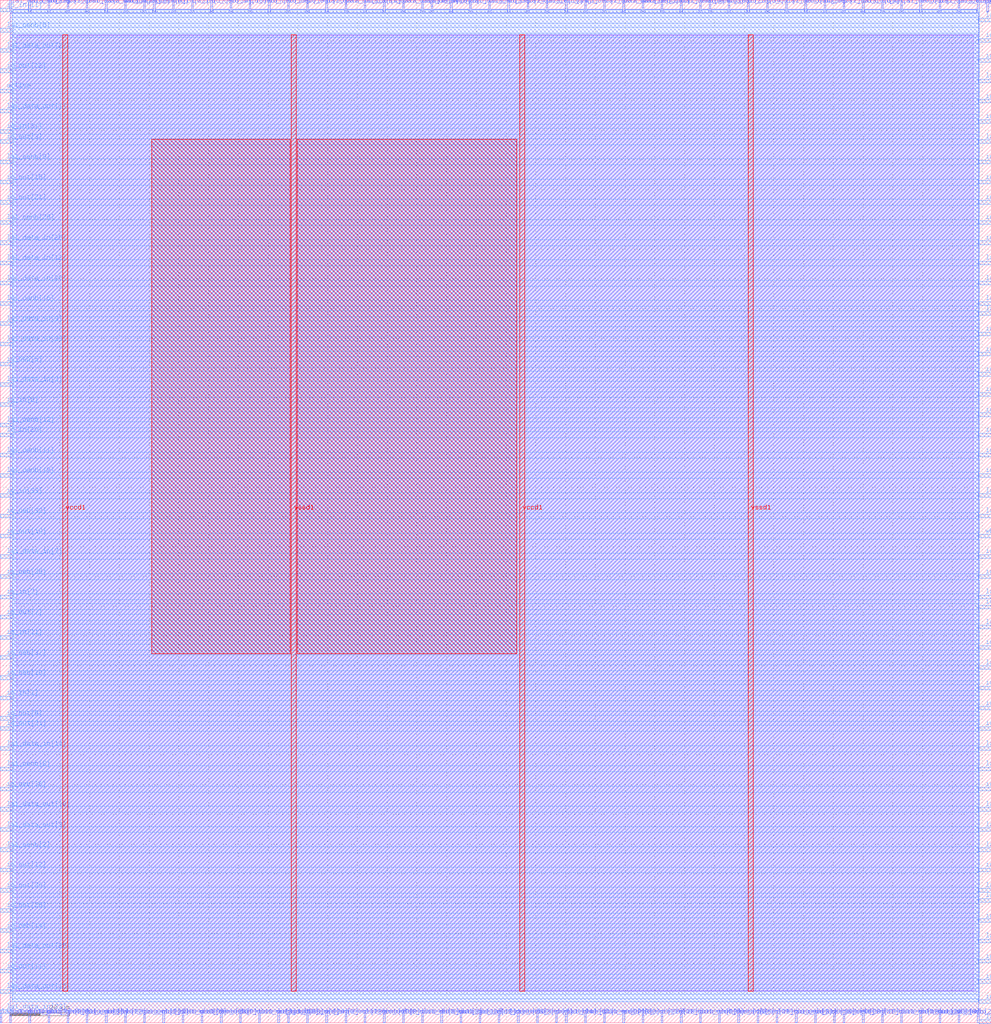
<source format=lef>
VERSION 5.7 ;
  NOWIREEXTENSIONATPIN ON ;
  DIVIDERCHAR "/" ;
  BUSBITCHARS "[]" ;
MACRO wrapped_rgb_mixer
  CLASS BLOCK ;
  FOREIGN wrapped_rgb_mixer ;
  ORIGIN 0.000 0.000 ;
  SIZE 332.995 BY 343.715 ;
  PIN active
    DIRECTION INPUT ;
    USE SIGNAL ;
    PORT
      LAYER met3 ;
        RECT 0.000 312.540 4.000 313.740 ;
    END
  END active
  PIN io_in[0]
    DIRECTION INPUT ;
    USE SIGNAL ;
    PORT
      LAYER met2 ;
        RECT 102.990 0.000 103.550 4.000 ;
    END
  END io_in[0]
  PIN io_in[10]
    DIRECTION INPUT ;
    USE SIGNAL ;
    PORT
      LAYER met2 ;
        RECT 183.490 339.715 184.050 343.715 ;
    END
  END io_in[10]
  PIN io_in[11]
    DIRECTION INPUT ;
    USE SIGNAL ;
    PORT
      LAYER met3 ;
        RECT 0.000 339.740 4.000 340.940 ;
    END
  END io_in[11]
  PIN io_in[12]
    DIRECTION INPUT ;
    USE SIGNAL ;
    PORT
      LAYER met3 ;
        RECT 328.995 288.740 332.995 289.940 ;
    END
  END io_in[12]
  PIN io_in[13]
    DIRECTION INPUT ;
    USE SIGNAL ;
    PORT
      LAYER met2 ;
        RECT 160.950 0.000 161.510 4.000 ;
    END
  END io_in[13]
  PIN io_in[14]
    DIRECTION INPUT ;
    USE SIGNAL ;
    PORT
      LAYER met2 ;
        RECT 122.310 339.715 122.870 343.715 ;
    END
  END io_in[14]
  PIN io_in[15]
    DIRECTION INPUT ;
    USE SIGNAL ;
    PORT
      LAYER met3 ;
        RECT 328.995 302.340 332.995 303.540 ;
    END
  END io_in[15]
  PIN io_in[16]
    DIRECTION INPUT ;
    USE SIGNAL ;
    PORT
      LAYER met3 ;
        RECT 328.995 33.740 332.995 34.940 ;
    END
  END io_in[16]
  PIN io_in[17]
    DIRECTION INPUT ;
    USE SIGNAL ;
    PORT
      LAYER met2 ;
        RECT 64.350 339.715 64.910 343.715 ;
    END
  END io_in[17]
  PIN io_in[18]
    DIRECTION INPUT ;
    USE SIGNAL ;
    PORT
      LAYER met2 ;
        RECT 77.230 339.715 77.790 343.715 ;
    END
  END io_in[18]
  PIN io_in[19]
    DIRECTION INPUT ;
    USE SIGNAL ;
    PORT
      LAYER met2 ;
        RECT 289.750 0.000 290.310 4.000 ;
    END
  END io_in[19]
  PIN io_in[1]
    DIRECTION INPUT ;
    USE SIGNAL ;
    PORT
      LAYER met3 ;
        RECT 0.000 108.540 4.000 109.740 ;
    END
  END io_in[1]
  PIN io_in[20]
    DIRECTION INPUT ;
    USE SIGNAL ;
    PORT
      LAYER met3 ;
        RECT 0.000 196.940 4.000 198.140 ;
    END
  END io_in[20]
  PIN io_in[21]
    DIRECTION INPUT ;
    USE SIGNAL ;
    PORT
      LAYER met3 ;
        RECT 0.000 128.940 4.000 130.140 ;
    END
  END io_in[21]
  PIN io_in[22]
    DIRECTION INPUT ;
    USE SIGNAL ;
    PORT
      LAYER met3 ;
        RECT 328.995 111.940 332.995 113.140 ;
    END
  END io_in[22]
  PIN io_in[23]
    DIRECTION INPUT ;
    USE SIGNAL ;
    PORT
      LAYER met2 ;
        RECT 57.910 339.715 58.470 343.715 ;
    END
  END io_in[23]
  PIN io_in[24]
    DIRECTION INPUT ;
    USE SIGNAL ;
    PORT
      LAYER met2 ;
        RECT 41.810 339.715 42.370 343.715 ;
    END
  END io_in[24]
  PIN io_in[25]
    DIRECTION INPUT ;
    USE SIGNAL ;
    PORT
      LAYER met2 ;
        RECT 254.330 0.000 254.890 4.000 ;
    END
  END io_in[25]
  PIN io_in[26]
    DIRECTION INPUT ;
    USE SIGNAL ;
    PORT
      LAYER met2 ;
        RECT 247.890 0.000 248.450 4.000 ;
    END
  END io_in[26]
  PIN io_in[27]
    DIRECTION INPUT ;
    USE SIGNAL ;
    PORT
      LAYER met3 ;
        RECT 328.995 77.940 332.995 79.140 ;
    END
  END io_in[27]
  PIN io_in[28]
    DIRECTION INPUT ;
    USE SIGNAL ;
    PORT
      LAYER met2 ;
        RECT 222.130 0.000 222.690 4.000 ;
    END
  END io_in[28]
  PIN io_in[29]
    DIRECTION INPUT ;
    USE SIGNAL ;
    PORT
      LAYER met2 ;
        RECT 331.610 339.715 332.170 343.715 ;
    END
  END io_in[29]
  PIN io_in[2]
    DIRECTION INPUT ;
    USE SIGNAL ;
    PORT
      LAYER met2 ;
        RECT 109.430 0.000 109.990 4.000 ;
    END
  END io_in[2]
  PIN io_in[30]
    DIRECTION INPUT ;
    USE SIGNAL ;
    PORT
      LAYER met3 ;
        RECT 328.995 139.140 332.995 140.340 ;
    END
  END io_in[30]
  PIN io_in[31]
    DIRECTION INPUT ;
    USE SIGNAL ;
    PORT
      LAYER met3 ;
        RECT 0.000 298.940 4.000 300.140 ;
    END
  END io_in[31]
  PIN io_in[32]
    DIRECTION INPUT ;
    USE SIGNAL ;
    PORT
      LAYER met2 ;
        RECT 209.250 0.000 209.810 4.000 ;
    END
  END io_in[32]
  PIN io_in[33]
    DIRECTION INPUT ;
    USE SIGNAL ;
    PORT
      LAYER met3 ;
        RECT 0.000 176.540 4.000 177.740 ;
    END
  END io_in[33]
  PIN io_in[34]
    DIRECTION INPUT ;
    USE SIGNAL ;
    PORT
      LAYER met2 ;
        RECT 251.110 339.715 251.670 343.715 ;
    END
  END io_in[34]
  PIN io_in[35]
    DIRECTION INPUT ;
    USE SIGNAL ;
    PORT
      LAYER met2 ;
        RECT 289.750 339.715 290.310 343.715 ;
    END
  END io_in[35]
  PIN io_in[36]
    DIRECTION INPUT ;
    USE SIGNAL ;
    PORT
      LAYER met3 ;
        RECT 328.995 217.340 332.995 218.540 ;
    END
  END io_in[36]
  PIN io_in[37]
    DIRECTION INPUT ;
    USE SIGNAL ;
    PORT
      LAYER met2 ;
        RECT 296.190 339.715 296.750 343.715 ;
    END
  END io_in[37]
  PIN io_in[3]
    DIRECTION INPUT ;
    USE SIGNAL ;
    PORT
      LAYER met2 ;
        RECT 189.930 339.715 190.490 343.715 ;
    END
  END io_in[3]
  PIN io_in[4]
    DIRECTION INPUT ;
    USE SIGNAL ;
    PORT
      LAYER met3 ;
        RECT 328.995 210.540 332.995 211.740 ;
    END
  END io_in[4]
  PIN io_in[5]
    DIRECTION INPUT ;
    USE SIGNAL ;
    PORT
      LAYER met3 ;
        RECT 328.995 329.540 332.995 330.740 ;
    END
  END io_in[5]
  PIN io_in[6]
    DIRECTION INPUT ;
    USE SIGNAL ;
    PORT
      LAYER met3 ;
        RECT 0.000 207.140 4.000 208.340 ;
    END
  END io_in[6]
  PIN io_in[7]
    DIRECTION INPUT ;
    USE SIGNAL ;
    PORT
      LAYER met3 ;
        RECT 0.000 142.540 4.000 143.740 ;
    END
  END io_in[7]
  PIN io_in[8]
    DIRECTION INPUT ;
    USE SIGNAL ;
    PORT
      LAYER met3 ;
        RECT 328.995 230.940 332.995 232.140 ;
    END
  END io_in[8]
  PIN io_in[9]
    DIRECTION INPUT ;
    USE SIGNAL ;
    PORT
      LAYER met2 ;
        RECT 51.470 339.715 52.030 343.715 ;
    END
  END io_in[9]
  PIN io_oeb[0]
    DIRECTION OUTPUT TRISTATE ;
    USE SIGNAL ;
    PORT
      LAYER met2 ;
        RECT 180.270 0.000 180.830 4.000 ;
    END
  END io_oeb[0]
  PIN io_oeb[10]
    DIRECTION OUTPUT TRISTATE ;
    USE SIGNAL ;
    PORT
      LAYER met3 ;
        RECT 0.000 115.340 4.000 116.540 ;
    END
  END io_oeb[10]
  PIN io_oeb[11]
    DIRECTION OUTPUT TRISTATE ;
    USE SIGNAL ;
    PORT
      LAYER met3 ;
        RECT 328.995 196.940 332.995 198.140 ;
    END
  END io_oeb[11]
  PIN io_oeb[12]
    DIRECTION OUTPUT TRISTATE ;
    USE SIGNAL ;
    PORT
      LAYER met3 ;
        RECT 328.995 105.140 332.995 106.340 ;
    END
  END io_oeb[12]
  PIN io_oeb[13]
    DIRECTION OUTPUT TRISTATE ;
    USE SIGNAL ;
    PORT
      LAYER met3 ;
        RECT 328.995 98.340 332.995 99.540 ;
    END
  END io_oeb[13]
  PIN io_oeb[14]
    DIRECTION OUTPUT TRISTATE ;
    USE SIGNAL ;
    PORT
      LAYER met3 ;
        RECT 0.000 30.340 4.000 31.540 ;
    END
  END io_oeb[14]
  PIN io_oeb[15]
    DIRECTION OUTPUT TRISTATE ;
    USE SIGNAL ;
    PORT
      LAYER met2 ;
        RECT 90.110 339.715 90.670 343.715 ;
    END
  END io_oeb[15]
  PIN io_oeb[16]
    DIRECTION OUTPUT TRISTATE ;
    USE SIGNAL ;
    PORT
      LAYER met3 ;
        RECT 328.995 20.140 332.995 21.340 ;
    END
  END io_oeb[16]
  PIN io_oeb[17]
    DIRECTION OUTPUT TRISTATE ;
    USE SIGNAL ;
    PORT
      LAYER met2 ;
        RECT 93.330 0.000 93.890 4.000 ;
    END
  END io_oeb[17]
  PIN io_oeb[18]
    DIRECTION OUTPUT TRISTATE ;
    USE SIGNAL ;
    PORT
      LAYER met2 ;
        RECT 238.230 339.715 238.790 343.715 ;
    END
  END io_oeb[18]
  PIN io_oeb[19]
    DIRECTION OUTPUT TRISTATE ;
    USE SIGNAL ;
    PORT
      LAYER met2 ;
        RECT 96.550 339.715 97.110 343.715 ;
    END
  END io_oeb[19]
  PIN io_oeb[1]
    DIRECTION OUTPUT TRISTATE ;
    USE SIGNAL ;
    PORT
      LAYER met2 ;
        RECT 267.210 0.000 267.770 4.000 ;
    END
  END io_oeb[1]
  PIN io_oeb[20]
    DIRECTION OUTPUT TRISTATE ;
    USE SIGNAL ;
    PORT
      LAYER met3 ;
        RECT 328.995 149.340 332.995 150.540 ;
    END
  END io_oeb[20]
  PIN io_oeb[21]
    DIRECTION OUTPUT TRISTATE ;
    USE SIGNAL ;
    PORT
      LAYER met2 ;
        RECT 9.610 339.715 10.170 343.715 ;
    END
  END io_oeb[21]
  PIN io_oeb[22]
    DIRECTION OUTPUT TRISTATE ;
    USE SIGNAL ;
    PORT
      LAYER met2 ;
        RECT 35.370 0.000 35.930 4.000 ;
    END
  END io_oeb[22]
  PIN io_oeb[23]
    DIRECTION OUTPUT TRISTATE ;
    USE SIGNAL ;
    PORT
      LAYER met2 ;
        RECT 164.170 339.715 164.730 343.715 ;
    END
  END io_oeb[23]
  PIN io_oeb[24]
    DIRECTION OUTPUT TRISTATE ;
    USE SIGNAL ;
    PORT
      LAYER met2 ;
        RECT 170.610 339.715 171.170 343.715 ;
    END
  END io_oeb[24]
  PIN io_oeb[25]
    DIRECTION OUTPUT TRISTATE ;
    USE SIGNAL ;
    PORT
      LAYER met2 ;
        RECT 321.950 0.000 322.510 4.000 ;
    END
  END io_oeb[25]
  PIN io_oeb[26]
    DIRECTION OUTPUT TRISTATE ;
    USE SIGNAL ;
    PORT
      LAYER met3 ;
        RECT 328.995 268.340 332.995 269.540 ;
    END
  END io_oeb[26]
  PIN io_oeb[27]
    DIRECTION OUTPUT TRISTATE ;
    USE SIGNAL ;
    PORT
      LAYER met2 ;
        RECT 196.370 339.715 196.930 343.715 ;
    END
  END io_oeb[27]
  PIN io_oeb[28]
    DIRECTION OUTPUT TRISTATE ;
    USE SIGNAL ;
    PORT
      LAYER met2 ;
        RECT 283.310 0.000 283.870 4.000 ;
    END
  END io_oeb[28]
  PIN io_oeb[29]
    DIRECTION OUTPUT TRISTATE ;
    USE SIGNAL ;
    PORT
      LAYER met3 ;
        RECT 328.995 224.140 332.995 225.340 ;
    END
  END io_oeb[29]
  PIN io_oeb[2]
    DIRECTION OUTPUT TRISTATE ;
    USE SIGNAL ;
    PORT
      LAYER met2 ;
        RECT 276.870 339.715 277.430 343.715 ;
    END
  END io_oeb[2]
  PIN io_oeb[30]
    DIRECTION OUTPUT TRISTATE ;
    USE SIGNAL ;
    PORT
      LAYER met2 ;
        RECT 16.050 339.715 16.610 343.715 ;
    END
  END io_oeb[30]
  PIN io_oeb[31]
    DIRECTION OUTPUT TRISTATE ;
    USE SIGNAL ;
    PORT
      LAYER met2 ;
        RECT 280.090 0.000 280.650 4.000 ;
    END
  END io_oeb[31]
  PIN io_oeb[32]
    DIRECTION OUTPUT TRISTATE ;
    USE SIGNAL ;
    PORT
      LAYER met3 ;
        RECT 0.000 169.740 4.000 170.940 ;
    END
  END io_oeb[32]
  PIN io_oeb[33]
    DIRECTION OUTPUT TRISTATE ;
    USE SIGNAL ;
    PORT
      LAYER met2 ;
        RECT 328.390 0.000 328.950 4.000 ;
    END
  END io_oeb[33]
  PIN io_oeb[34]
    DIRECTION OUTPUT TRISTATE ;
    USE SIGNAL ;
    PORT
      LAYER met2 ;
        RECT 70.790 339.715 71.350 343.715 ;
    END
  END io_oeb[34]
  PIN io_oeb[35]
    DIRECTION OUTPUT TRISTATE ;
    USE SIGNAL ;
    PORT
      LAYER met3 ;
        RECT 0.000 149.340 4.000 150.540 ;
    END
  END io_oeb[35]
  PIN io_oeb[36]
    DIRECTION OUTPUT TRISTATE ;
    USE SIGNAL ;
    PORT
      LAYER met3 ;
        RECT 0.000 77.940 4.000 79.140 ;
    END
  END io_oeb[36]
  PIN io_oeb[37]
    DIRECTION OUTPUT TRISTATE ;
    USE SIGNAL ;
    PORT
      LAYER met3 ;
        RECT 0.000 122.140 4.000 123.340 ;
    END
  END io_oeb[37]
  PIN io_oeb[3]
    DIRECTION OUTPUT TRISTATE ;
    USE SIGNAL ;
    PORT
      LAYER met2 ;
        RECT 173.830 0.000 174.390 4.000 ;
    END
  END io_oeb[3]
  PIN io_oeb[4]
    DIRECTION OUTPUT TRISTATE ;
    USE SIGNAL ;
    PORT
      LAYER met3 ;
        RECT 328.995 6.540 332.995 7.740 ;
    END
  END io_oeb[4]
  PIN io_oeb[5]
    DIRECTION OUTPUT TRISTATE ;
    USE SIGNAL ;
    PORT
      LAYER met3 ;
        RECT 0.000 220.740 4.000 221.940 ;
    END
  END io_oeb[5]
  PIN io_oeb[6]
    DIRECTION OUTPUT TRISTATE ;
    USE SIGNAL ;
    PORT
      LAYER met3 ;
        RECT 328.995 125.540 332.995 126.740 ;
    END
  END io_oeb[6]
  PIN io_oeb[7]
    DIRECTION OUTPUT TRISTATE ;
    USE SIGNAL ;
    PORT
      LAYER met2 ;
        RECT 83.670 339.715 84.230 343.715 ;
    END
  END io_oeb[7]
  PIN io_oeb[8]
    DIRECTION OUTPUT TRISTATE ;
    USE SIGNAL ;
    PORT
      LAYER met2 ;
        RECT 28.930 0.000 29.490 4.000 ;
    END
  END io_oeb[8]
  PIN io_oeb[9]
    DIRECTION OUTPUT TRISTATE ;
    USE SIGNAL ;
    PORT
      LAYER met2 ;
        RECT 74.010 0.000 74.570 4.000 ;
    END
  END io_oeb[9]
  PIN io_out[0]
    DIRECTION OUTPUT TRISTATE ;
    USE SIGNAL ;
    PORT
      LAYER met3 ;
        RECT 328.995 322.740 332.995 323.940 ;
    END
  END io_out[0]
  PIN io_out[10]
    DIRECTION OUTPUT TRISTATE ;
    USE SIGNAL ;
    PORT
      LAYER met3 ;
        RECT 328.995 190.140 332.995 191.340 ;
    END
  END io_out[10]
  PIN io_out[11]
    DIRECTION OUTPUT TRISTATE ;
    USE SIGNAL ;
    PORT
      LAYER met3 ;
        RECT 0.000 16.740 4.000 17.940 ;
    END
  END io_out[11]
  PIN io_out[12]
    DIRECTION OUTPUT TRISTATE ;
    USE SIGNAL ;
    PORT
      LAYER met3 ;
        RECT 0.000 50.740 4.000 51.940 ;
    END
  END io_out[12]
  PIN io_out[13]
    DIRECTION OUTPUT TRISTATE ;
    USE SIGNAL ;
    PORT
      LAYER met2 ;
        RECT 273.650 0.000 274.210 4.000 ;
    END
  END io_out[13]
  PIN io_out[14]
    DIRECTION OUTPUT TRISTATE ;
    USE SIGNAL ;
    PORT
      LAYER met3 ;
        RECT 328.995 275.140 332.995 276.340 ;
    END
  END io_out[14]
  PIN io_out[15]
    DIRECTION OUTPUT TRISTATE ;
    USE SIGNAL ;
    PORT
      LAYER met3 ;
        RECT 0.000 281.940 4.000 283.140 ;
    END
  END io_out[15]
  PIN io_out[16]
    DIRECTION OUTPUT TRISTATE ;
    USE SIGNAL ;
    PORT
      LAYER met3 ;
        RECT 328.995 183.340 332.995 184.540 ;
    END
  END io_out[16]
  PIN io_out[17]
    DIRECTION OUTPUT TRISTATE ;
    USE SIGNAL ;
    PORT
      LAYER met2 ;
        RECT 309.070 339.715 309.630 343.715 ;
    END
  END io_out[17]
  PIN io_out[18]
    DIRECTION OUTPUT TRISTATE ;
    USE SIGNAL ;
    PORT
      LAYER met2 ;
        RECT 315.510 0.000 316.070 4.000 ;
    END
  END io_out[18]
  PIN io_out[19]
    DIRECTION OUTPUT TRISTATE ;
    USE SIGNAL ;
    PORT
      LAYER met3 ;
        RECT 0.000 162.940 4.000 164.140 ;
    END
  END io_out[19]
  PIN io_out[1]
    DIRECTION OUTPUT TRISTATE ;
    USE SIGNAL ;
    PORT
      LAYER met2 ;
        RECT 222.130 339.715 222.690 343.715 ;
    END
  END io_out[1]
  PIN io_out[20]
    DIRECTION OUTPUT TRISTATE ;
    USE SIGNAL ;
    PORT
      LAYER met2 ;
        RECT 270.430 339.715 270.990 343.715 ;
    END
  END io_out[20]
  PIN io_out[21]
    DIRECTION OUTPUT TRISTATE ;
    USE SIGNAL ;
    PORT
      LAYER met3 ;
        RECT 0.000 275.140 4.000 276.340 ;
    END
  END io_out[21]
  PIN io_out[22]
    DIRECTION OUTPUT TRISTATE ;
    USE SIGNAL ;
    PORT
      LAYER met2 ;
        RECT 215.690 0.000 216.250 4.000 ;
    END
  END io_out[22]
  PIN io_out[23]
    DIRECTION OUTPUT TRISTATE ;
    USE SIGNAL ;
    PORT
      LAYER met3 ;
        RECT 328.995 156.140 332.995 157.340 ;
    END
  END io_out[23]
  PIN io_out[24]
    DIRECTION OUTPUT TRISTATE ;
    USE SIGNAL ;
    PORT
      LAYER met2 ;
        RECT 186.710 0.000 187.270 4.000 ;
    END
  END io_out[24]
  PIN io_out[25]
    DIRECTION OUTPUT TRISTATE ;
    USE SIGNAL ;
    PORT
      LAYER met2 ;
        RECT 244.670 339.715 245.230 343.715 ;
    END
  END io_out[25]
  PIN io_out[26]
    DIRECTION OUTPUT TRISTATE ;
    USE SIGNAL ;
    PORT
      LAYER met3 ;
        RECT 0.000 37.140 4.000 38.340 ;
    END
  END io_out[26]
  PIN io_out[27]
    DIRECTION OUTPUT TRISTATE ;
    USE SIGNAL ;
    PORT
      LAYER met2 ;
        RECT 257.550 339.715 258.110 343.715 ;
    END
  END io_out[27]
  PIN io_out[28]
    DIRECTION OUTPUT TRISTATE ;
    USE SIGNAL ;
    PORT
      LAYER met2 ;
        RECT 115.870 0.000 116.430 4.000 ;
    END
  END io_out[28]
  PIN io_out[29]
    DIRECTION OUTPUT TRISTATE ;
    USE SIGNAL ;
    PORT
      LAYER met3 ;
        RECT 328.995 13.340 332.995 14.540 ;
    END
  END io_out[29]
  PIN io_out[2]
    DIRECTION OUTPUT TRISTATE ;
    USE SIGNAL ;
    PORT
      LAYER met2 ;
        RECT 48.250 0.000 48.810 4.000 ;
    END
  END io_out[2]
  PIN io_out[30]
    DIRECTION OUTPUT TRISTATE ;
    USE SIGNAL ;
    PORT
      LAYER met3 ;
        RECT 0.000 43.940 4.000 45.140 ;
    END
  END io_out[30]
  PIN io_out[31]
    DIRECTION OUTPUT TRISTATE ;
    USE SIGNAL ;
    PORT
      LAYER met3 ;
        RECT 0.000 98.340 4.000 99.540 ;
    END
  END io_out[31]
  PIN io_out[32]
    DIRECTION OUTPUT TRISTATE ;
    USE SIGNAL ;
    PORT
      LAYER met3 ;
        RECT 0.000 319.340 4.000 320.540 ;
    END
  END io_out[32]
  PIN io_out[33]
    DIRECTION OUTPUT TRISTATE ;
    USE SIGNAL ;
    PORT
      LAYER met3 ;
        RECT 328.995 50.740 332.995 51.940 ;
    END
  END io_out[33]
  PIN io_out[34]
    DIRECTION OUTPUT TRISTATE ;
    USE SIGNAL ;
    PORT
      LAYER met3 ;
        RECT 328.995 281.940 332.995 283.140 ;
    END
  END io_out[34]
  PIN io_out[35]
    DIRECTION OUTPUT TRISTATE ;
    USE SIGNAL ;
    PORT
      LAYER met3 ;
        RECT 328.995 261.540 332.995 262.740 ;
    END
  END io_out[35]
  PIN io_out[36]
    DIRECTION OUTPUT TRISTATE ;
    USE SIGNAL ;
    PORT
      LAYER met2 ;
        RECT 102.990 339.715 103.550 343.715 ;
    END
  END io_out[36]
  PIN io_out[37]
    DIRECTION OUTPUT TRISTATE ;
    USE SIGNAL ;
    PORT
      LAYER met3 ;
        RECT 328.995 309.140 332.995 310.340 ;
    END
  END io_out[37]
  PIN io_out[3]
    DIRECTION OUTPUT TRISTATE ;
    USE SIGNAL ;
    PORT
      LAYER met3 ;
        RECT 0.000 295.540 4.000 296.740 ;
    END
  END io_out[3]
  PIN io_out[4]
    DIRECTION OUTPUT TRISTATE ;
    USE SIGNAL ;
    PORT
      LAYER met3 ;
        RECT 328.995 203.740 332.995 204.940 ;
    END
  END io_out[4]
  PIN io_out[5]
    DIRECTION OUTPUT TRISTATE ;
    USE SIGNAL ;
    PORT
      LAYER met2 ;
        RECT 151.290 339.715 151.850 343.715 ;
    END
  END io_out[5]
  PIN io_out[6]
    DIRECTION OUTPUT TRISTATE ;
    USE SIGNAL ;
    PORT
      LAYER met2 ;
        RECT 321.950 339.715 322.510 343.715 ;
    END
  END io_out[6]
  PIN io_out[7]
    DIRECTION OUTPUT TRISTATE ;
    USE SIGNAL ;
    PORT
      LAYER met3 ;
        RECT 0.000 135.740 4.000 136.940 ;
    END
  END io_out[7]
  PIN io_out[8]
    DIRECTION OUTPUT TRISTATE ;
    USE SIGNAL ;
    PORT
      LAYER met2 ;
        RECT 128.750 0.000 129.310 4.000 ;
    END
  END io_out[8]
  PIN io_out[9]
    DIRECTION OUTPUT TRISTATE ;
    USE SIGNAL ;
    PORT
      LAYER met3 ;
        RECT 0.000 101.740 4.000 102.940 ;
    END
  END io_out[9]
  PIN la1_data_in[0]
    DIRECTION INPUT ;
    USE SIGNAL ;
    PORT
      LAYER met3 ;
        RECT 328.995 57.540 332.995 58.740 ;
    END
  END la1_data_in[0]
  PIN la1_data_in[10]
    DIRECTION INPUT ;
    USE SIGNAL ;
    PORT
      LAYER met2 ;
        RECT 148.070 0.000 148.630 4.000 ;
    END
  END la1_data_in[10]
  PIN la1_data_in[11]
    DIRECTION INPUT ;
    USE SIGNAL ;
    PORT
      LAYER met3 ;
        RECT 328.995 43.940 332.995 45.140 ;
    END
  END la1_data_in[11]
  PIN la1_data_in[12]
    DIRECTION INPUT ;
    USE SIGNAL ;
    PORT
      LAYER met3 ;
        RECT 0.000 254.740 4.000 255.940 ;
    END
  END la1_data_in[12]
  PIN la1_data_in[13]
    DIRECTION INPUT ;
    USE SIGNAL ;
    PORT
      LAYER met2 ;
        RECT 228.570 0.000 229.130 4.000 ;
    END
  END la1_data_in[13]
  PIN la1_data_in[14]
    DIRECTION INPUT ;
    USE SIGNAL ;
    PORT
      LAYER met3 ;
        RECT 0.000 91.540 4.000 92.740 ;
    END
  END la1_data_in[14]
  PIN la1_data_in[15]
    DIRECTION INPUT ;
    USE SIGNAL ;
    PORT
      LAYER met2 ;
        RECT 109.430 339.715 109.990 343.715 ;
    END
  END la1_data_in[15]
  PIN la1_data_in[16]
    DIRECTION INPUT ;
    USE SIGNAL ;
    PORT
      LAYER met2 ;
        RECT 209.250 339.715 209.810 343.715 ;
    END
  END la1_data_in[16]
  PIN la1_data_in[17]
    DIRECTION INPUT ;
    USE SIGNAL ;
    PORT
      LAYER met2 ;
        RECT 157.730 339.715 158.290 343.715 ;
    END
  END la1_data_in[17]
  PIN la1_data_in[18]
    DIRECTION INPUT ;
    USE SIGNAL ;
    PORT
      LAYER met2 ;
        RECT 296.190 0.000 296.750 4.000 ;
    END
  END la1_data_in[18]
  PIN la1_data_in[19]
    DIRECTION INPUT ;
    USE SIGNAL ;
    PORT
      LAYER met2 ;
        RECT 115.870 339.715 116.430 343.715 ;
    END
  END la1_data_in[19]
  PIN la1_data_in[1]
    DIRECTION INPUT ;
    USE SIGNAL ;
    PORT
      LAYER met2 ;
        RECT 135.190 0.000 135.750 4.000 ;
    END
  END la1_data_in[1]
  PIN la1_data_in[20]
    DIRECTION INPUT ;
    USE SIGNAL ;
    PORT
      LAYER met3 ;
        RECT 0.000 247.940 4.000 249.140 ;
    END
  END la1_data_in[20]
  PIN la1_data_in[21]
    DIRECTION INPUT ;
    USE SIGNAL ;
    PORT
      LAYER met2 ;
        RECT 328.390 339.715 328.950 343.715 ;
    END
  END la1_data_in[21]
  PIN la1_data_in[22]
    DIRECTION INPUT ;
    USE SIGNAL ;
    PORT
      LAYER met3 ;
        RECT 328.995 64.340 332.995 65.540 ;
    END
  END la1_data_in[22]
  PIN la1_data_in[23]
    DIRECTION INPUT ;
    USE SIGNAL ;
    PORT
      LAYER met3 ;
        RECT 0.000 3.140 4.000 4.340 ;
    END
  END la1_data_in[23]
  PIN la1_data_in[24]
    DIRECTION INPUT ;
    USE SIGNAL ;
    PORT
      LAYER met2 ;
        RECT 96.550 0.000 97.110 4.000 ;
    END
  END la1_data_in[24]
  PIN la1_data_in[25]
    DIRECTION INPUT ;
    USE SIGNAL ;
    PORT
      LAYER met3 ;
        RECT 0.000 261.540 4.000 262.740 ;
    END
  END la1_data_in[25]
  PIN la1_data_in[26]
    DIRECTION INPUT ;
    USE SIGNAL ;
    PORT
      LAYER met3 ;
        RECT 328.995 26.940 332.995 28.140 ;
    END
  END la1_data_in[26]
  PIN la1_data_in[27]
    DIRECTION INPUT ;
    USE SIGNAL ;
    PORT
      LAYER met2 ;
        RECT 196.370 0.000 196.930 4.000 ;
    END
  END la1_data_in[27]
  PIN la1_data_in[28]
    DIRECTION INPUT ;
    USE SIGNAL ;
    PORT
      LAYER met3 ;
        RECT 0.000 227.540 4.000 228.740 ;
    END
  END la1_data_in[28]
  PIN la1_data_in[29]
    DIRECTION INPUT ;
    USE SIGNAL ;
    PORT
      LAYER met2 ;
        RECT 3.170 339.715 3.730 343.715 ;
    END
  END la1_data_in[29]
  PIN la1_data_in[2]
    DIRECTION INPUT ;
    USE SIGNAL ;
    PORT
      LAYER met2 ;
        RECT 80.450 0.000 81.010 4.000 ;
    END
  END la1_data_in[2]
  PIN la1_data_in[30]
    DIRECTION INPUT ;
    USE SIGNAL ;
    PORT
      LAYER met2 ;
        RECT 9.610 0.000 10.170 4.000 ;
    END
  END la1_data_in[30]
  PIN la1_data_in[31]
    DIRECTION INPUT ;
    USE SIGNAL ;
    PORT
      LAYER met2 ;
        RECT 260.770 0.000 261.330 4.000 ;
    END
  END la1_data_in[31]
  PIN la1_data_in[3]
    DIRECTION INPUT ;
    USE SIGNAL ;
    PORT
      LAYER met3 ;
        RECT 0.000 213.940 4.000 215.140 ;
    END
  END la1_data_in[3]
  PIN la1_data_in[4]
    DIRECTION INPUT ;
    USE SIGNAL ;
    PORT
      LAYER met2 ;
        RECT 283.310 339.715 283.870 343.715 ;
    END
  END la1_data_in[4]
  PIN la1_data_in[5]
    DIRECTION INPUT ;
    USE SIGNAL ;
    PORT
      LAYER met3 ;
        RECT 328.995 169.740 332.995 170.940 ;
    END
  END la1_data_in[5]
  PIN la1_data_in[6]
    DIRECTION INPUT ;
    USE SIGNAL ;
    PORT
      LAYER met2 ;
        RECT 128.750 339.715 129.310 343.715 ;
    END
  END la1_data_in[6]
  PIN la1_data_in[7]
    DIRECTION INPUT ;
    USE SIGNAL ;
    PORT
      LAYER met3 ;
        RECT 0.000 156.140 4.000 157.340 ;
    END
  END la1_data_in[7]
  PIN la1_data_in[8]
    DIRECTION INPUT ;
    USE SIGNAL ;
    PORT
      LAYER met2 ;
        RECT 135.190 339.715 135.750 343.715 ;
    END
  END la1_data_in[8]
  PIN la1_data_in[9]
    DIRECTION INPUT ;
    USE SIGNAL ;
    PORT
      LAYER met3 ;
        RECT 0.000 234.340 4.000 235.540 ;
    END
  END la1_data_in[9]
  PIN la1_data_out[0]
    DIRECTION OUTPUT TRISTATE ;
    USE SIGNAL ;
    PORT
      LAYER met2 ;
        RECT 54.690 0.000 55.250 4.000 ;
    END
  END la1_data_out[0]
  PIN la1_data_out[10]
    DIRECTION OUTPUT TRISTATE ;
    USE SIGNAL ;
    PORT
      LAYER met3 ;
        RECT 328.995 84.740 332.995 85.940 ;
    END
  END la1_data_out[10]
  PIN la1_data_out[11]
    DIRECTION OUTPUT TRISTATE ;
    USE SIGNAL ;
    PORT
      LAYER met2 ;
        RECT 154.510 0.000 155.070 4.000 ;
    END
  END la1_data_out[11]
  PIN la1_data_out[12]
    DIRECTION OUTPUT TRISTATE ;
    USE SIGNAL ;
    PORT
      LAYER met3 ;
        RECT 328.995 315.940 332.995 317.140 ;
    END
  END la1_data_out[12]
  PIN la1_data_out[13]
    DIRECTION OUTPUT TRISTATE ;
    USE SIGNAL ;
    PORT
      LAYER met2 ;
        RECT 28.930 339.715 29.490 343.715 ;
    END
  END la1_data_out[13]
  PIN la1_data_out[14]
    DIRECTION OUTPUT TRISTATE ;
    USE SIGNAL ;
    PORT
      LAYER met2 ;
        RECT 177.050 339.715 177.610 343.715 ;
    END
  END la1_data_out[14]
  PIN la1_data_out[15]
    DIRECTION OUTPUT TRISTATE ;
    USE SIGNAL ;
    PORT
      LAYER met3 ;
        RECT 0.000 9.940 4.000 11.140 ;
    END
  END la1_data_out[15]
  PIN la1_data_out[16]
    DIRECTION OUTPUT TRISTATE ;
    USE SIGNAL ;
    PORT
      LAYER met3 ;
        RECT 328.995 118.740 332.995 119.940 ;
    END
  END la1_data_out[16]
  PIN la1_data_out[17]
    DIRECTION OUTPUT TRISTATE ;
    USE SIGNAL ;
    PORT
      LAYER met3 ;
        RECT 328.995 247.940 332.995 249.140 ;
    END
  END la1_data_out[17]
  PIN la1_data_out[18]
    DIRECTION OUTPUT TRISTATE ;
    USE SIGNAL ;
    PORT
      LAYER met2 ;
        RECT 35.370 339.715 35.930 343.715 ;
    END
  END la1_data_out[18]
  PIN la1_data_out[19]
    DIRECTION OUTPUT TRISTATE ;
    USE SIGNAL ;
    PORT
      LAYER met3 ;
        RECT 328.995 176.540 332.995 177.740 ;
    END
  END la1_data_out[19]
  PIN la1_data_out[1]
    DIRECTION OUTPUT TRISTATE ;
    USE SIGNAL ;
    PORT
      LAYER met3 ;
        RECT 0.000 305.740 4.000 306.940 ;
    END
  END la1_data_out[1]
  PIN la1_data_out[20]
    DIRECTION OUTPUT TRISTATE ;
    USE SIGNAL ;
    PORT
      LAYER met3 ;
        RECT 0.000 71.140 4.000 72.340 ;
    END
  END la1_data_out[20]
  PIN la1_data_out[21]
    DIRECTION OUTPUT TRISTATE ;
    USE SIGNAL ;
    PORT
      LAYER met3 ;
        RECT 328.995 295.540 332.995 296.740 ;
    END
  END la1_data_out[21]
  PIN la1_data_out[22]
    DIRECTION OUTPUT TRISTATE ;
    USE SIGNAL ;
    PORT
      LAYER met2 ;
        RECT 202.810 339.715 203.370 343.715 ;
    END
  END la1_data_out[22]
  PIN la1_data_out[23]
    DIRECTION OUTPUT TRISTATE ;
    USE SIGNAL ;
    PORT
      LAYER met2 ;
        RECT 86.890 0.000 87.450 4.000 ;
    END
  END la1_data_out[23]
  PIN la1_data_out[24]
    DIRECTION OUTPUT TRISTATE ;
    USE SIGNAL ;
    PORT
      LAYER met3 ;
        RECT 328.995 132.340 332.995 133.540 ;
    END
  END la1_data_out[24]
  PIN la1_data_out[25]
    DIRECTION OUTPUT TRISTATE ;
    USE SIGNAL ;
    PORT
      LAYER met3 ;
        RECT 0.000 23.540 4.000 24.740 ;
    END
  END la1_data_out[25]
  PIN la1_data_out[26]
    DIRECTION OUTPUT TRISTATE ;
    USE SIGNAL ;
    PORT
      LAYER met3 ;
        RECT 328.995 40.540 332.995 41.740 ;
    END
  END la1_data_out[26]
  PIN la1_data_out[27]
    DIRECTION OUTPUT TRISTATE ;
    USE SIGNAL ;
    PORT
      LAYER met3 ;
        RECT 0.000 326.140 4.000 327.340 ;
    END
  END la1_data_out[27]
  PIN la1_data_out[28]
    DIRECTION OUTPUT TRISTATE ;
    USE SIGNAL ;
    PORT
      LAYER met2 ;
        RECT 302.630 0.000 303.190 4.000 ;
    END
  END la1_data_out[28]
  PIN la1_data_out[29]
    DIRECTION OUTPUT TRISTATE ;
    USE SIGNAL ;
    PORT
      LAYER met2 ;
        RECT 41.810 0.000 42.370 4.000 ;
    END
  END la1_data_out[29]
  PIN la1_data_out[2]
    DIRECTION OUTPUT TRISTATE ;
    USE SIGNAL ;
    PORT
      LAYER met2 ;
        RECT 141.630 0.000 142.190 4.000 ;
    END
  END la1_data_out[2]
  PIN la1_data_out[30]
    DIRECTION OUTPUT TRISTATE ;
    USE SIGNAL ;
    PORT
      LAYER met3 ;
        RECT 328.995 91.540 332.995 92.740 ;
    END
  END la1_data_out[30]
  PIN la1_data_out[31]
    DIRECTION OUTPUT TRISTATE ;
    USE SIGNAL ;
    PORT
      LAYER met3 ;
        RECT 328.995 336.340 332.995 337.540 ;
    END
  END la1_data_out[31]
  PIN la1_data_out[3]
    DIRECTION OUTPUT TRISTATE ;
    USE SIGNAL ;
    PORT
      LAYER met3 ;
        RECT 0.000 64.340 4.000 65.540 ;
    END
  END la1_data_out[3]
  PIN la1_data_out[4]
    DIRECTION OUTPUT TRISTATE ;
    USE SIGNAL ;
    PORT
      LAYER met2 ;
        RECT 309.070 0.000 309.630 4.000 ;
    END
  END la1_data_out[4]
  PIN la1_data_out[5]
    DIRECTION OUTPUT TRISTATE ;
    USE SIGNAL ;
    PORT
      LAYER met2 ;
        RECT 22.490 0.000 23.050 4.000 ;
    END
  END la1_data_out[5]
  PIN la1_data_out[6]
    DIRECTION OUTPUT TRISTATE ;
    USE SIGNAL ;
    PORT
      LAYER met3 ;
        RECT 328.995 142.540 332.995 143.740 ;
    END
  END la1_data_out[6]
  PIN la1_data_out[7]
    DIRECTION OUTPUT TRISTATE ;
    USE SIGNAL ;
    PORT
      LAYER met2 ;
        RECT 3.170 0.000 3.730 4.000 ;
    END
  END la1_data_out[7]
  PIN la1_data_out[8]
    DIRECTION OUTPUT TRISTATE ;
    USE SIGNAL ;
    PORT
      LAYER met3 ;
        RECT 328.995 254.740 332.995 255.940 ;
    END
  END la1_data_out[8]
  PIN la1_data_out[9]
    DIRECTION OUTPUT TRISTATE ;
    USE SIGNAL ;
    PORT
      LAYER met2 ;
        RECT 315.510 339.715 316.070 343.715 ;
    END
  END la1_data_out[9]
  PIN la1_oenb[0]
    DIRECTION INPUT ;
    USE SIGNAL ;
    PORT
      LAYER met3 ;
        RECT 328.995 -0.260 332.995 0.940 ;
    END
  END la1_oenb[0]
  PIN la1_oenb[10]
    DIRECTION INPUT ;
    USE SIGNAL ;
    PORT
      LAYER met2 ;
        RECT 302.630 339.715 303.190 343.715 ;
    END
  END la1_oenb[10]
  PIN la1_oenb[11]
    DIRECTION INPUT ;
    USE SIGNAL ;
    PORT
      LAYER met3 ;
        RECT 0.000 190.140 4.000 191.340 ;
    END
  END la1_oenb[11]
  PIN la1_oenb[12]
    DIRECTION INPUT ;
    USE SIGNAL ;
    PORT
      LAYER met3 ;
        RECT 0.000 200.340 4.000 201.540 ;
    END
  END la1_oenb[12]
  PIN la1_oenb[13]
    DIRECTION INPUT ;
    USE SIGNAL ;
    PORT
      LAYER met2 ;
        RECT 202.810 0.000 203.370 4.000 ;
    END
  END la1_oenb[13]
  PIN la1_oenb[14]
    DIRECTION INPUT ;
    USE SIGNAL ;
    PORT
      LAYER met2 ;
        RECT -0.050 0.000 0.510 4.000 ;
    END
  END la1_oenb[14]
  PIN la1_oenb[15]
    DIRECTION INPUT ;
    USE SIGNAL ;
    PORT
      LAYER met2 ;
        RECT 241.450 0.000 242.010 4.000 ;
    END
  END la1_oenb[15]
  PIN la1_oenb[16]
    DIRECTION INPUT ;
    USE SIGNAL ;
    PORT
      LAYER met3 ;
        RECT 0.000 241.140 4.000 242.340 ;
    END
  END la1_oenb[16]
  PIN la1_oenb[17]
    DIRECTION INPUT ;
    USE SIGNAL ;
    PORT
      LAYER met2 ;
        RECT 22.490 339.715 23.050 343.715 ;
    END
  END la1_oenb[17]
  PIN la1_oenb[18]
    DIRECTION INPUT ;
    USE SIGNAL ;
    PORT
      LAYER met2 ;
        RECT 144.850 339.715 145.410 343.715 ;
    END
  END la1_oenb[18]
  PIN la1_oenb[19]
    DIRECTION INPUT ;
    USE SIGNAL ;
    PORT
      LAYER met3 ;
        RECT 0.000 183.340 4.000 184.540 ;
    END
  END la1_oenb[19]
  PIN la1_oenb[1]
    DIRECTION INPUT ;
    USE SIGNAL ;
    PORT
      LAYER met2 ;
        RECT 61.130 0.000 61.690 4.000 ;
    END
  END la1_oenb[1]
  PIN la1_oenb[20]
    DIRECTION INPUT ;
    USE SIGNAL ;
    PORT
      LAYER met2 ;
        RECT 16.050 0.000 16.610 4.000 ;
    END
  END la1_oenb[20]
  PIN la1_oenb[21]
    DIRECTION INPUT ;
    USE SIGNAL ;
    PORT
      LAYER met2 ;
        RECT 215.690 339.715 216.250 343.715 ;
    END
  END la1_oenb[21]
  PIN la1_oenb[22]
    DIRECTION INPUT ;
    USE SIGNAL ;
    PORT
      LAYER met2 ;
        RECT 141.630 339.715 142.190 343.715 ;
    END
  END la1_oenb[22]
  PIN la1_oenb[23]
    DIRECTION INPUT ;
    USE SIGNAL ;
    PORT
      LAYER met2 ;
        RECT 167.390 0.000 167.950 4.000 ;
    END
  END la1_oenb[23]
  PIN la1_oenb[24]
    DIRECTION INPUT ;
    USE SIGNAL ;
    PORT
      LAYER met2 ;
        RECT 263.990 339.715 264.550 343.715 ;
    END
  END la1_oenb[24]
  PIN la1_oenb[25]
    DIRECTION INPUT ;
    USE SIGNAL ;
    PORT
      LAYER met3 ;
        RECT 328.995 71.140 332.995 72.340 ;
    END
  END la1_oenb[25]
  PIN la1_oenb[26]
    DIRECTION INPUT ;
    USE SIGNAL ;
    PORT
      LAYER met3 ;
        RECT 0.000 268.340 4.000 269.540 ;
    END
  END la1_oenb[26]
  PIN la1_oenb[27]
    DIRECTION INPUT ;
    USE SIGNAL ;
    PORT
      LAYER met3 ;
        RECT 328.995 241.140 332.995 242.340 ;
    END
  END la1_oenb[27]
  PIN la1_oenb[28]
    DIRECTION INPUT ;
    USE SIGNAL ;
    PORT
      LAYER met2 ;
        RECT 67.570 0.000 68.130 4.000 ;
    END
  END la1_oenb[28]
  PIN la1_oenb[29]
    DIRECTION INPUT ;
    USE SIGNAL ;
    PORT
      LAYER met2 ;
        RECT 122.310 0.000 122.870 4.000 ;
    END
  END la1_oenb[29]
  PIN la1_oenb[2]
    DIRECTION INPUT ;
    USE SIGNAL ;
    PORT
      LAYER met3 ;
        RECT 0.000 57.540 4.000 58.740 ;
    END
  END la1_oenb[2]
  PIN la1_oenb[30]
    DIRECTION INPUT ;
    USE SIGNAL ;
    PORT
      LAYER met3 ;
        RECT 328.995 237.740 332.995 238.940 ;
    END
  END la1_oenb[30]
  PIN la1_oenb[31]
    DIRECTION INPUT ;
    USE SIGNAL ;
    PORT
      LAYER met2 ;
        RECT 189.930 0.000 190.490 4.000 ;
    END
  END la1_oenb[31]
  PIN la1_oenb[3]
    DIRECTION INPUT ;
    USE SIGNAL ;
    PORT
      LAYER met2 ;
        RECT 235.010 339.715 235.570 343.715 ;
    END
  END la1_oenb[3]
  PIN la1_oenb[4]
    DIRECTION INPUT ;
    USE SIGNAL ;
    PORT
      LAYER met2 ;
        RECT 228.570 339.715 229.130 343.715 ;
    END
  END la1_oenb[4]
  PIN la1_oenb[5]
    DIRECTION INPUT ;
    USE SIGNAL ;
    PORT
      LAYER met3 ;
        RECT 0.000 332.940 4.000 334.140 ;
    END
  END la1_oenb[5]
  PIN la1_oenb[6]
    DIRECTION INPUT ;
    USE SIGNAL ;
    PORT
      LAYER met2 ;
        RECT 48.250 339.715 48.810 343.715 ;
    END
  END la1_oenb[6]
  PIN la1_oenb[7]
    DIRECTION INPUT ;
    USE SIGNAL ;
    PORT
      LAYER met2 ;
        RECT 235.010 0.000 235.570 4.000 ;
    END
  END la1_oenb[7]
  PIN la1_oenb[8]
    DIRECTION INPUT ;
    USE SIGNAL ;
    PORT
      LAYER met3 ;
        RECT 0.000 84.740 4.000 85.940 ;
    END
  END la1_oenb[8]
  PIN la1_oenb[9]
    DIRECTION INPUT ;
    USE SIGNAL ;
    PORT
      LAYER met3 ;
        RECT 0.000 288.740 4.000 289.940 ;
    END
  END la1_oenb[9]
  PIN vccd1
    DIRECTION INPUT ;
    USE POWER ;
    PORT
      LAYER met4 ;
        RECT 21.040 10.640 22.640 332.080 ;
    END
    PORT
      LAYER met4 ;
        RECT 174.640 10.640 176.240 332.080 ;
    END
  END vccd1
  PIN vssd1
    DIRECTION INPUT ;
    USE GROUND ;
    PORT
      LAYER met4 ;
        RECT 97.840 10.640 99.440 332.080 ;
    END
    PORT
      LAYER met4 ;
        RECT 251.440 10.640 253.040 332.080 ;
    END
  END vssd1
  PIN wb_clk_i
    DIRECTION INPUT ;
    USE SIGNAL ;
    PORT
      LAYER met3 ;
        RECT 328.995 162.940 332.995 164.140 ;
    END
  END wb_clk_i
  OBS
      LAYER li1 ;
        RECT 5.520 10.795 327.060 331.925 ;
      LAYER met1 ;
        RECT 3.290 10.640 328.830 332.080 ;
      LAYER met2 ;
        RECT 4.010 339.435 9.330 340.525 ;
        RECT 10.450 339.435 15.770 340.525 ;
        RECT 16.890 339.435 22.210 340.525 ;
        RECT 23.330 339.435 28.650 340.525 ;
        RECT 29.770 339.435 35.090 340.525 ;
        RECT 36.210 339.435 41.530 340.525 ;
        RECT 42.650 339.435 47.970 340.525 ;
        RECT 49.090 339.435 51.190 340.525 ;
        RECT 52.310 339.435 57.630 340.525 ;
        RECT 58.750 339.435 64.070 340.525 ;
        RECT 65.190 339.435 70.510 340.525 ;
        RECT 71.630 339.435 76.950 340.525 ;
        RECT 78.070 339.435 83.390 340.525 ;
        RECT 84.510 339.435 89.830 340.525 ;
        RECT 90.950 339.435 96.270 340.525 ;
        RECT 97.390 339.435 102.710 340.525 ;
        RECT 103.830 339.435 109.150 340.525 ;
        RECT 110.270 339.435 115.590 340.525 ;
        RECT 116.710 339.435 122.030 340.525 ;
        RECT 123.150 339.435 128.470 340.525 ;
        RECT 129.590 339.435 134.910 340.525 ;
        RECT 136.030 339.435 141.350 340.525 ;
        RECT 142.470 339.435 144.570 340.525 ;
        RECT 145.690 339.435 151.010 340.525 ;
        RECT 152.130 339.435 157.450 340.525 ;
        RECT 158.570 339.435 163.890 340.525 ;
        RECT 165.010 339.435 170.330 340.525 ;
        RECT 171.450 339.435 176.770 340.525 ;
        RECT 177.890 339.435 183.210 340.525 ;
        RECT 184.330 339.435 189.650 340.525 ;
        RECT 190.770 339.435 196.090 340.525 ;
        RECT 197.210 339.435 202.530 340.525 ;
        RECT 203.650 339.435 208.970 340.525 ;
        RECT 210.090 339.435 215.410 340.525 ;
        RECT 216.530 339.435 221.850 340.525 ;
        RECT 222.970 339.435 228.290 340.525 ;
        RECT 229.410 339.435 234.730 340.525 ;
        RECT 235.850 339.435 237.950 340.525 ;
        RECT 239.070 339.435 244.390 340.525 ;
        RECT 245.510 339.435 250.830 340.525 ;
        RECT 251.950 339.435 257.270 340.525 ;
        RECT 258.390 339.435 263.710 340.525 ;
        RECT 264.830 339.435 270.150 340.525 ;
        RECT 271.270 339.435 276.590 340.525 ;
        RECT 277.710 339.435 283.030 340.525 ;
        RECT 284.150 339.435 289.470 340.525 ;
        RECT 290.590 339.435 295.910 340.525 ;
        RECT 297.030 339.435 302.350 340.525 ;
        RECT 303.470 339.435 308.790 340.525 ;
        RECT 309.910 339.435 315.230 340.525 ;
        RECT 316.350 339.435 321.670 340.525 ;
        RECT 322.790 339.435 328.110 340.525 ;
        RECT 3.320 4.280 328.800 339.435 ;
        RECT 4.010 3.670 9.330 4.280 ;
        RECT 10.450 3.670 15.770 4.280 ;
        RECT 16.890 3.670 22.210 4.280 ;
        RECT 23.330 3.670 28.650 4.280 ;
        RECT 29.770 3.670 35.090 4.280 ;
        RECT 36.210 3.670 41.530 4.280 ;
        RECT 42.650 3.670 47.970 4.280 ;
        RECT 49.090 3.670 54.410 4.280 ;
        RECT 55.530 3.670 60.850 4.280 ;
        RECT 61.970 3.670 67.290 4.280 ;
        RECT 68.410 3.670 73.730 4.280 ;
        RECT 74.850 3.670 80.170 4.280 ;
        RECT 81.290 3.670 86.610 4.280 ;
        RECT 87.730 3.670 93.050 4.280 ;
        RECT 94.170 3.670 96.270 4.280 ;
        RECT 97.390 3.670 102.710 4.280 ;
        RECT 103.830 3.670 109.150 4.280 ;
        RECT 110.270 3.670 115.590 4.280 ;
        RECT 116.710 3.670 122.030 4.280 ;
        RECT 123.150 3.670 128.470 4.280 ;
        RECT 129.590 3.670 134.910 4.280 ;
        RECT 136.030 3.670 141.350 4.280 ;
        RECT 142.470 3.670 147.790 4.280 ;
        RECT 148.910 3.670 154.230 4.280 ;
        RECT 155.350 3.670 160.670 4.280 ;
        RECT 161.790 3.670 167.110 4.280 ;
        RECT 168.230 3.670 173.550 4.280 ;
        RECT 174.670 3.670 179.990 4.280 ;
        RECT 181.110 3.670 186.430 4.280 ;
        RECT 187.550 3.670 189.650 4.280 ;
        RECT 190.770 3.670 196.090 4.280 ;
        RECT 197.210 3.670 202.530 4.280 ;
        RECT 203.650 3.670 208.970 4.280 ;
        RECT 210.090 3.670 215.410 4.280 ;
        RECT 216.530 3.670 221.850 4.280 ;
        RECT 222.970 3.670 228.290 4.280 ;
        RECT 229.410 3.670 234.730 4.280 ;
        RECT 235.850 3.670 241.170 4.280 ;
        RECT 242.290 3.670 247.610 4.280 ;
        RECT 248.730 3.670 254.050 4.280 ;
        RECT 255.170 3.670 260.490 4.280 ;
        RECT 261.610 3.670 266.930 4.280 ;
        RECT 268.050 3.670 273.370 4.280 ;
        RECT 274.490 3.670 279.810 4.280 ;
        RECT 280.930 3.670 283.030 4.280 ;
        RECT 284.150 3.670 289.470 4.280 ;
        RECT 290.590 3.670 295.910 4.280 ;
        RECT 297.030 3.670 302.350 4.280 ;
        RECT 303.470 3.670 308.790 4.280 ;
        RECT 309.910 3.670 315.230 4.280 ;
        RECT 316.350 3.670 321.670 4.280 ;
        RECT 322.790 3.670 328.110 4.280 ;
      LAYER met3 ;
        RECT 4.400 339.340 328.995 340.505 ;
        RECT 4.000 337.940 328.995 339.340 ;
        RECT 4.000 335.940 328.595 337.940 ;
        RECT 4.000 334.540 328.995 335.940 ;
        RECT 4.400 332.540 328.995 334.540 ;
        RECT 4.000 331.140 328.995 332.540 ;
        RECT 4.000 329.140 328.595 331.140 ;
        RECT 4.000 327.740 328.995 329.140 ;
        RECT 4.400 325.740 328.995 327.740 ;
        RECT 4.000 324.340 328.995 325.740 ;
        RECT 4.000 322.340 328.595 324.340 ;
        RECT 4.000 320.940 328.995 322.340 ;
        RECT 4.400 318.940 328.995 320.940 ;
        RECT 4.000 317.540 328.995 318.940 ;
        RECT 4.000 315.540 328.595 317.540 ;
        RECT 4.000 314.140 328.995 315.540 ;
        RECT 4.400 312.140 328.995 314.140 ;
        RECT 4.000 310.740 328.995 312.140 ;
        RECT 4.000 308.740 328.595 310.740 ;
        RECT 4.000 307.340 328.995 308.740 ;
        RECT 4.400 305.340 328.995 307.340 ;
        RECT 4.000 303.940 328.995 305.340 ;
        RECT 4.000 301.940 328.595 303.940 ;
        RECT 4.000 300.540 328.995 301.940 ;
        RECT 4.400 298.540 328.995 300.540 ;
        RECT 4.000 297.140 328.995 298.540 ;
        RECT 4.400 295.140 328.595 297.140 ;
        RECT 4.000 290.340 328.995 295.140 ;
        RECT 4.400 288.340 328.595 290.340 ;
        RECT 4.000 283.540 328.995 288.340 ;
        RECT 4.400 281.540 328.595 283.540 ;
        RECT 4.000 276.740 328.995 281.540 ;
        RECT 4.400 274.740 328.595 276.740 ;
        RECT 4.000 269.940 328.995 274.740 ;
        RECT 4.400 267.940 328.595 269.940 ;
        RECT 4.000 263.140 328.995 267.940 ;
        RECT 4.400 261.140 328.595 263.140 ;
        RECT 4.000 256.340 328.995 261.140 ;
        RECT 4.400 254.340 328.595 256.340 ;
        RECT 4.000 249.540 328.995 254.340 ;
        RECT 4.400 247.540 328.595 249.540 ;
        RECT 4.000 242.740 328.995 247.540 ;
        RECT 4.400 240.740 328.595 242.740 ;
        RECT 4.000 239.340 328.995 240.740 ;
        RECT 4.000 237.340 328.595 239.340 ;
        RECT 4.000 235.940 328.995 237.340 ;
        RECT 4.400 233.940 328.995 235.940 ;
        RECT 4.000 232.540 328.995 233.940 ;
        RECT 4.000 230.540 328.595 232.540 ;
        RECT 4.000 229.140 328.995 230.540 ;
        RECT 4.400 227.140 328.995 229.140 ;
        RECT 4.000 225.740 328.995 227.140 ;
        RECT 4.000 223.740 328.595 225.740 ;
        RECT 4.000 222.340 328.995 223.740 ;
        RECT 4.400 220.340 328.995 222.340 ;
        RECT 4.000 218.940 328.995 220.340 ;
        RECT 4.000 216.940 328.595 218.940 ;
        RECT 4.000 215.540 328.995 216.940 ;
        RECT 4.400 213.540 328.995 215.540 ;
        RECT 4.000 212.140 328.995 213.540 ;
        RECT 4.000 210.140 328.595 212.140 ;
        RECT 4.000 208.740 328.995 210.140 ;
        RECT 4.400 206.740 328.995 208.740 ;
        RECT 4.000 205.340 328.995 206.740 ;
        RECT 4.000 203.340 328.595 205.340 ;
        RECT 4.000 201.940 328.995 203.340 ;
        RECT 4.400 199.940 328.995 201.940 ;
        RECT 4.000 198.540 328.995 199.940 ;
        RECT 4.400 196.540 328.595 198.540 ;
        RECT 4.000 191.740 328.995 196.540 ;
        RECT 4.400 189.740 328.595 191.740 ;
        RECT 4.000 184.940 328.995 189.740 ;
        RECT 4.400 182.940 328.595 184.940 ;
        RECT 4.000 178.140 328.995 182.940 ;
        RECT 4.400 176.140 328.595 178.140 ;
        RECT 4.000 171.340 328.995 176.140 ;
        RECT 4.400 169.340 328.595 171.340 ;
        RECT 4.000 164.540 328.995 169.340 ;
        RECT 4.400 162.540 328.595 164.540 ;
        RECT 4.000 157.740 328.995 162.540 ;
        RECT 4.400 155.740 328.595 157.740 ;
        RECT 4.000 150.940 328.995 155.740 ;
        RECT 4.400 148.940 328.595 150.940 ;
        RECT 4.000 144.140 328.995 148.940 ;
        RECT 4.400 142.140 328.595 144.140 ;
        RECT 4.000 140.740 328.995 142.140 ;
        RECT 4.000 138.740 328.595 140.740 ;
        RECT 4.000 137.340 328.995 138.740 ;
        RECT 4.400 135.340 328.995 137.340 ;
        RECT 4.000 133.940 328.995 135.340 ;
        RECT 4.000 131.940 328.595 133.940 ;
        RECT 4.000 130.540 328.995 131.940 ;
        RECT 4.400 128.540 328.995 130.540 ;
        RECT 4.000 127.140 328.995 128.540 ;
        RECT 4.000 125.140 328.595 127.140 ;
        RECT 4.000 123.740 328.995 125.140 ;
        RECT 4.400 121.740 328.995 123.740 ;
        RECT 4.000 120.340 328.995 121.740 ;
        RECT 4.000 118.340 328.595 120.340 ;
        RECT 4.000 116.940 328.995 118.340 ;
        RECT 4.400 114.940 328.995 116.940 ;
        RECT 4.000 113.540 328.995 114.940 ;
        RECT 4.000 111.540 328.595 113.540 ;
        RECT 4.000 110.140 328.995 111.540 ;
        RECT 4.400 108.140 328.995 110.140 ;
        RECT 4.000 106.740 328.995 108.140 ;
        RECT 4.000 104.740 328.595 106.740 ;
        RECT 4.000 103.340 328.995 104.740 ;
        RECT 4.400 101.340 328.995 103.340 ;
        RECT 4.000 99.940 328.995 101.340 ;
        RECT 4.400 97.940 328.595 99.940 ;
        RECT 4.000 93.140 328.995 97.940 ;
        RECT 4.400 91.140 328.595 93.140 ;
        RECT 4.000 86.340 328.995 91.140 ;
        RECT 4.400 84.340 328.595 86.340 ;
        RECT 4.000 79.540 328.995 84.340 ;
        RECT 4.400 77.540 328.595 79.540 ;
        RECT 4.000 72.740 328.995 77.540 ;
        RECT 4.400 70.740 328.595 72.740 ;
        RECT 4.000 65.940 328.995 70.740 ;
        RECT 4.400 63.940 328.595 65.940 ;
        RECT 4.000 59.140 328.995 63.940 ;
        RECT 4.400 57.140 328.595 59.140 ;
        RECT 4.000 52.340 328.995 57.140 ;
        RECT 4.400 50.340 328.595 52.340 ;
        RECT 4.000 45.540 328.995 50.340 ;
        RECT 4.400 43.540 328.595 45.540 ;
        RECT 4.000 42.140 328.995 43.540 ;
        RECT 4.000 40.140 328.595 42.140 ;
        RECT 4.000 38.740 328.995 40.140 ;
        RECT 4.400 36.740 328.995 38.740 ;
        RECT 4.000 35.340 328.995 36.740 ;
        RECT 4.000 33.340 328.595 35.340 ;
        RECT 4.000 31.940 328.995 33.340 ;
        RECT 4.400 29.940 328.995 31.940 ;
        RECT 4.000 28.540 328.995 29.940 ;
        RECT 4.000 26.540 328.595 28.540 ;
        RECT 4.000 25.140 328.995 26.540 ;
        RECT 4.400 23.140 328.995 25.140 ;
        RECT 4.000 21.740 328.995 23.140 ;
        RECT 4.000 19.740 328.595 21.740 ;
        RECT 4.000 18.340 328.995 19.740 ;
        RECT 4.400 16.340 328.995 18.340 ;
        RECT 4.000 14.940 328.995 16.340 ;
        RECT 4.000 12.940 328.595 14.940 ;
        RECT 4.000 11.540 328.995 12.940 ;
        RECT 4.400 9.540 328.995 11.540 ;
        RECT 4.000 8.140 328.995 9.540 ;
        RECT 4.000 6.975 328.595 8.140 ;
      LAYER met4 ;
        RECT 50.895 123.935 97.440 296.985 ;
        RECT 99.840 123.935 173.585 296.985 ;
  END
END wrapped_rgb_mixer
END LIBRARY


</source>
